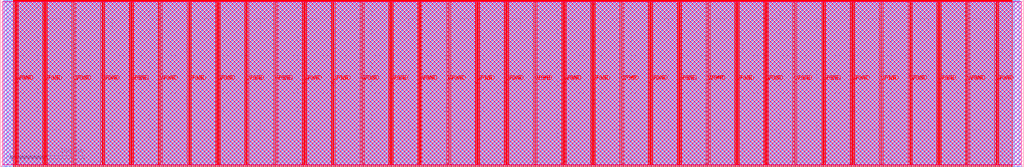
<source format=lef>
VERSION 5.7 ;
  NOWIREEXTENSIONATPIN ON ;
  DIVIDERCHAR "/" ;
  BUSBITCHARS "[]" ;
MACRO tt_um_kianV_rv32ima_uLinux_SoC
  CLASS BLOCK ;
  FOREIGN tt_um_kianV_rv32ima_uLinux_SoC ;
  ORIGIN 0.000 0.000 ;
  SIZE 1378.160 BY 225.760 ;
  PIN VGND
    DIRECTION INOUT ;
    USE GROUND ;
    PORT
      LAYER met4 ;
        RECT 21.580 2.480 23.180 223.280 ;
    END
    PORT
      LAYER met4 ;
        RECT 60.450 2.480 62.050 223.280 ;
    END
    PORT
      LAYER met4 ;
        RECT 99.320 2.480 100.920 223.280 ;
    END
    PORT
      LAYER met4 ;
        RECT 138.190 2.480 139.790 223.280 ;
    END
    PORT
      LAYER met4 ;
        RECT 177.060 2.480 178.660 223.280 ;
    END
    PORT
      LAYER met4 ;
        RECT 215.930 2.480 217.530 223.280 ;
    END
    PORT
      LAYER met4 ;
        RECT 254.800 2.480 256.400 223.280 ;
    END
    PORT
      LAYER met4 ;
        RECT 293.670 2.480 295.270 223.280 ;
    END
    PORT
      LAYER met4 ;
        RECT 332.540 2.480 334.140 223.280 ;
    END
    PORT
      LAYER met4 ;
        RECT 371.410 2.480 373.010 223.280 ;
    END
    PORT
      LAYER met4 ;
        RECT 410.280 2.480 411.880 223.280 ;
    END
    PORT
      LAYER met4 ;
        RECT 449.150 2.480 450.750 223.280 ;
    END
    PORT
      LAYER met4 ;
        RECT 488.020 2.480 489.620 223.280 ;
    END
    PORT
      LAYER met4 ;
        RECT 526.890 2.480 528.490 223.280 ;
    END
    PORT
      LAYER met4 ;
        RECT 565.760 2.480 567.360 223.280 ;
    END
    PORT
      LAYER met4 ;
        RECT 604.630 2.480 606.230 223.280 ;
    END
    PORT
      LAYER met4 ;
        RECT 643.500 2.480 645.100 223.280 ;
    END
    PORT
      LAYER met4 ;
        RECT 682.370 2.480 683.970 223.280 ;
    END
    PORT
      LAYER met4 ;
        RECT 721.240 2.480 722.840 223.280 ;
    END
    PORT
      LAYER met4 ;
        RECT 760.110 2.480 761.710 223.280 ;
    END
    PORT
      LAYER met4 ;
        RECT 798.980 2.480 800.580 223.280 ;
    END
    PORT
      LAYER met4 ;
        RECT 837.850 2.480 839.450 223.280 ;
    END
    PORT
      LAYER met4 ;
        RECT 876.720 2.480 878.320 223.280 ;
    END
    PORT
      LAYER met4 ;
        RECT 915.590 2.480 917.190 223.280 ;
    END
    PORT
      LAYER met4 ;
        RECT 954.460 2.480 956.060 223.280 ;
    END
    PORT
      LAYER met4 ;
        RECT 993.330 2.480 994.930 223.280 ;
    END
    PORT
      LAYER met4 ;
        RECT 1032.200 2.480 1033.800 223.280 ;
    END
    PORT
      LAYER met4 ;
        RECT 1071.070 2.480 1072.670 223.280 ;
    END
    PORT
      LAYER met4 ;
        RECT 1109.940 2.480 1111.540 223.280 ;
    END
    PORT
      LAYER met4 ;
        RECT 1148.810 2.480 1150.410 223.280 ;
    END
    PORT
      LAYER met4 ;
        RECT 1187.680 2.480 1189.280 223.280 ;
    END
    PORT
      LAYER met4 ;
        RECT 1226.550 2.480 1228.150 223.280 ;
    END
    PORT
      LAYER met4 ;
        RECT 1265.420 2.480 1267.020 223.280 ;
    END
    PORT
      LAYER met4 ;
        RECT 1304.290 2.480 1305.890 223.280 ;
    END
    PORT
      LAYER met4 ;
        RECT 1343.160 2.480 1344.760 223.280 ;
    END
  END VGND
  PIN VPWR
    DIRECTION INOUT ;
    USE POWER ;
    PORT
      LAYER met4 ;
        RECT 18.280 2.480 19.880 223.280 ;
    END
    PORT
      LAYER met4 ;
        RECT 57.150 2.480 58.750 223.280 ;
    END
    PORT
      LAYER met4 ;
        RECT 96.020 2.480 97.620 223.280 ;
    END
    PORT
      LAYER met4 ;
        RECT 134.890 2.480 136.490 223.280 ;
    END
    PORT
      LAYER met4 ;
        RECT 173.760 2.480 175.360 223.280 ;
    END
    PORT
      LAYER met4 ;
        RECT 212.630 2.480 214.230 223.280 ;
    END
    PORT
      LAYER met4 ;
        RECT 251.500 2.480 253.100 223.280 ;
    END
    PORT
      LAYER met4 ;
        RECT 290.370 2.480 291.970 223.280 ;
    END
    PORT
      LAYER met4 ;
        RECT 329.240 2.480 330.840 223.280 ;
    END
    PORT
      LAYER met4 ;
        RECT 368.110 2.480 369.710 223.280 ;
    END
    PORT
      LAYER met4 ;
        RECT 406.980 2.480 408.580 223.280 ;
    END
    PORT
      LAYER met4 ;
        RECT 445.850 2.480 447.450 223.280 ;
    END
    PORT
      LAYER met4 ;
        RECT 484.720 2.480 486.320 223.280 ;
    END
    PORT
      LAYER met4 ;
        RECT 523.590 2.480 525.190 223.280 ;
    END
    PORT
      LAYER met4 ;
        RECT 562.460 2.480 564.060 223.280 ;
    END
    PORT
      LAYER met4 ;
        RECT 601.330 2.480 602.930 223.280 ;
    END
    PORT
      LAYER met4 ;
        RECT 640.200 2.480 641.800 223.280 ;
    END
    PORT
      LAYER met4 ;
        RECT 679.070 2.480 680.670 223.280 ;
    END
    PORT
      LAYER met4 ;
        RECT 717.940 2.480 719.540 223.280 ;
    END
    PORT
      LAYER met4 ;
        RECT 756.810 2.480 758.410 223.280 ;
    END
    PORT
      LAYER met4 ;
        RECT 795.680 2.480 797.280 223.280 ;
    END
    PORT
      LAYER met4 ;
        RECT 834.550 2.480 836.150 223.280 ;
    END
    PORT
      LAYER met4 ;
        RECT 873.420 2.480 875.020 223.280 ;
    END
    PORT
      LAYER met4 ;
        RECT 912.290 2.480 913.890 223.280 ;
    END
    PORT
      LAYER met4 ;
        RECT 951.160 2.480 952.760 223.280 ;
    END
    PORT
      LAYER met4 ;
        RECT 990.030 2.480 991.630 223.280 ;
    END
    PORT
      LAYER met4 ;
        RECT 1028.900 2.480 1030.500 223.280 ;
    END
    PORT
      LAYER met4 ;
        RECT 1067.770 2.480 1069.370 223.280 ;
    END
    PORT
      LAYER met4 ;
        RECT 1106.640 2.480 1108.240 223.280 ;
    END
    PORT
      LAYER met4 ;
        RECT 1145.510 2.480 1147.110 223.280 ;
    END
    PORT
      LAYER met4 ;
        RECT 1184.380 2.480 1185.980 223.280 ;
    END
    PORT
      LAYER met4 ;
        RECT 1223.250 2.480 1224.850 223.280 ;
    END
    PORT
      LAYER met4 ;
        RECT 1262.120 2.480 1263.720 223.280 ;
    END
    PORT
      LAYER met4 ;
        RECT 1300.990 2.480 1302.590 223.280 ;
    END
    PORT
      LAYER met4 ;
        RECT 1339.860 2.480 1341.460 223.280 ;
    END
  END VPWR
  PIN clk
    DIRECTION INPUT ;
    USE SIGNAL ;
    ANTENNAGATEAREA 0.852000 ;
    PORT
      LAYER met4 ;
        RECT 143.830 224.760 144.130 225.760 ;
    END
  END clk
  PIN ena
    DIRECTION INPUT ;
    USE SIGNAL ;
    PORT
      LAYER met4 ;
        RECT 146.590 224.760 146.890 225.760 ;
    END
  END ena
  PIN rst_n
    DIRECTION INPUT ;
    USE SIGNAL ;
    ANTENNAGATEAREA 0.196500 ;
    PORT
      LAYER met4 ;
        RECT 141.070 224.760 141.370 225.760 ;
    END
  END rst_n
  PIN ui_in[0]
    DIRECTION INPUT ;
    USE SIGNAL ;
    ANTENNAGATEAREA 0.196500 ;
    PORT
      LAYER met4 ;
        RECT 138.310 224.760 138.610 225.760 ;
    END
  END ui_in[0]
  PIN ui_in[1]
    DIRECTION INPUT ;
    USE SIGNAL ;
    ANTENNAGATEAREA 0.196500 ;
    PORT
      LAYER met4 ;
        RECT 135.550 224.760 135.850 225.760 ;
    END
  END ui_in[1]
  PIN ui_in[2]
    DIRECTION INPUT ;
    USE SIGNAL ;
    ANTENNAGATEAREA 0.196500 ;
    PORT
      LAYER met4 ;
        RECT 132.790 224.760 133.090 225.760 ;
    END
  END ui_in[2]
  PIN ui_in[3]
    DIRECTION INPUT ;
    USE SIGNAL ;
    ANTENNAGATEAREA 0.196500 ;
    PORT
      LAYER met4 ;
        RECT 130.030 224.760 130.330 225.760 ;
    END
  END ui_in[3]
  PIN ui_in[4]
    DIRECTION INPUT ;
    USE SIGNAL ;
    ANTENNAGATEAREA 0.196500 ;
    PORT
      LAYER met4 ;
        RECT 127.270 224.760 127.570 225.760 ;
    END
  END ui_in[4]
  PIN ui_in[5]
    DIRECTION INPUT ;
    USE SIGNAL ;
    ANTENNAGATEAREA 0.196500 ;
    PORT
      LAYER met4 ;
        RECT 124.510 224.760 124.810 225.760 ;
    END
  END ui_in[5]
  PIN ui_in[6]
    DIRECTION INPUT ;
    USE SIGNAL ;
    ANTENNAGATEAREA 0.196500 ;
    PORT
      LAYER met4 ;
        RECT 121.750 224.760 122.050 225.760 ;
    END
  END ui_in[6]
  PIN ui_in[7]
    DIRECTION INPUT ;
    USE SIGNAL ;
    ANTENNAGATEAREA 0.196500 ;
    PORT
      LAYER met4 ;
        RECT 118.990 224.760 119.290 225.760 ;
    END
  END ui_in[7]
  PIN uio_in[0]
    DIRECTION INPUT ;
    USE SIGNAL ;
    PORT
      LAYER met4 ;
        RECT 116.230 224.760 116.530 225.760 ;
    END
  END uio_in[0]
  PIN uio_in[1]
    DIRECTION INPUT ;
    USE SIGNAL ;
    ANTENNAGATEAREA 0.196500 ;
    PORT
      LAYER met4 ;
        RECT 113.470 224.760 113.770 225.760 ;
    END
  END uio_in[1]
  PIN uio_in[2]
    DIRECTION INPUT ;
    USE SIGNAL ;
    ANTENNAGATEAREA 0.196500 ;
    PORT
      LAYER met4 ;
        RECT 110.710 224.760 111.010 225.760 ;
    END
  END uio_in[2]
  PIN uio_in[3]
    DIRECTION INPUT ;
    USE SIGNAL ;
    PORT
      LAYER met4 ;
        RECT 107.950 224.760 108.250 225.760 ;
    END
  END uio_in[3]
  PIN uio_in[4]
    DIRECTION INPUT ;
    USE SIGNAL ;
    ANTENNAGATEAREA 0.196500 ;
    PORT
      LAYER met4 ;
        RECT 105.190 224.760 105.490 225.760 ;
    END
  END uio_in[4]
  PIN uio_in[5]
    DIRECTION INPUT ;
    USE SIGNAL ;
    ANTENNAGATEAREA 0.196500 ;
    PORT
      LAYER met4 ;
        RECT 102.430 224.760 102.730 225.760 ;
    END
  END uio_in[5]
  PIN uio_in[6]
    DIRECTION INPUT ;
    USE SIGNAL ;
    PORT
      LAYER met4 ;
        RECT 99.670 224.760 99.970 225.760 ;
    END
  END uio_in[6]
  PIN uio_in[7]
    DIRECTION INPUT ;
    USE SIGNAL ;
    PORT
      LAYER met4 ;
        RECT 96.910 224.760 97.210 225.760 ;
    END
  END uio_in[7]
  PIN uio_oe[0]
    DIRECTION OUTPUT ;
    USE SIGNAL ;
    PORT
      LAYER met4 ;
        RECT 49.990 224.760 50.290 225.760 ;
    END
  END uio_oe[0]
  PIN uio_oe[1]
    DIRECTION OUTPUT ;
    USE SIGNAL ;
    ANTENNAGATEAREA 0.247500 ;
    ANTENNADIFFAREA 0.891000 ;
    PORT
      LAYER met4 ;
        RECT 47.230 224.760 47.530 225.760 ;
    END
  END uio_oe[1]
  PIN uio_oe[2]
    DIRECTION OUTPUT ;
    USE SIGNAL ;
    ANTENNADIFFAREA 0.445500 ;
    PORT
      LAYER met4 ;
        RECT 44.470 224.760 44.770 225.760 ;
    END
  END uio_oe[2]
  PIN uio_oe[3]
    DIRECTION OUTPUT ;
    USE SIGNAL ;
    PORT
      LAYER met4 ;
        RECT 41.710 224.760 42.010 225.760 ;
    END
  END uio_oe[3]
  PIN uio_oe[4]
    DIRECTION OUTPUT ;
    USE SIGNAL ;
    ANTENNADIFFAREA 0.445500 ;
    PORT
      LAYER met4 ;
        RECT 38.950 224.760 39.250 225.760 ;
    END
  END uio_oe[4]
  PIN uio_oe[5]
    DIRECTION OUTPUT ;
    USE SIGNAL ;
    ANTENNAGATEAREA 0.565500 ;
    ANTENNADIFFAREA 0.891000 ;
    PORT
      LAYER met4 ;
        RECT 36.190 224.760 36.490 225.760 ;
    END
  END uio_oe[5]
  PIN uio_oe[6]
    DIRECTION OUTPUT ;
    USE SIGNAL ;
    PORT
      LAYER met4 ;
        RECT 33.430 224.760 33.730 225.760 ;
    END
  END uio_oe[6]
  PIN uio_oe[7]
    DIRECTION OUTPUT ;
    USE SIGNAL ;
    PORT
      LAYER met4 ;
        RECT 30.670 224.760 30.970 225.760 ;
    END
  END uio_oe[7]
  PIN uio_out[0]
    DIRECTION OUTPUT ;
    USE SIGNAL ;
    ANTENNAGATEAREA 0.495000 ;
    ANTENNADIFFAREA 0.891000 ;
    PORT
      LAYER met4 ;
        RECT 72.070 224.760 72.370 225.760 ;
    END
  END uio_out[0]
  PIN uio_out[1]
    DIRECTION OUTPUT ;
    USE SIGNAL ;
    ANTENNADIFFAREA 0.795200 ;
    PORT
      LAYER met4 ;
        RECT 69.310 224.760 69.610 225.760 ;
    END
  END uio_out[1]
  PIN uio_out[2]
    DIRECTION OUTPUT ;
    USE SIGNAL ;
    ANTENNADIFFAREA 0.795200 ;
    PORT
      LAYER met4 ;
        RECT 66.550 224.760 66.850 225.760 ;
    END
  END uio_out[2]
  PIN uio_out[3]
    DIRECTION OUTPUT ;
    USE SIGNAL ;
    ANTENNADIFFAREA 0.795200 ;
    PORT
      LAYER met4 ;
        RECT 63.790 224.760 64.090 225.760 ;
    END
  END uio_out[3]
  PIN uio_out[4]
    DIRECTION OUTPUT ;
    USE SIGNAL ;
    ANTENNADIFFAREA 0.795200 ;
    PORT
      LAYER met4 ;
        RECT 61.030 224.760 61.330 225.760 ;
    END
  END uio_out[4]
  PIN uio_out[5]
    DIRECTION OUTPUT ;
    USE SIGNAL ;
    ANTENNADIFFAREA 0.795200 ;
    PORT
      LAYER met4 ;
        RECT 58.270 224.760 58.570 225.760 ;
    END
  END uio_out[5]
  PIN uio_out[6]
    DIRECTION OUTPUT ;
    USE SIGNAL ;
    ANTENNAGATEAREA 0.247500 ;
    ANTENNADIFFAREA 0.445500 ;
    PORT
      LAYER met4 ;
        RECT 55.510 224.760 55.810 225.760 ;
    END
  END uio_out[6]
  PIN uio_out[7]
    DIRECTION OUTPUT ;
    USE SIGNAL ;
    ANTENNAGATEAREA 0.247500 ;
    ANTENNADIFFAREA 0.445500 ;
    PORT
      LAYER met4 ;
        RECT 52.750 224.760 53.050 225.760 ;
    END
  END uio_out[7]
  PIN uo_out[0]
    DIRECTION OUTPUT ;
    USE SIGNAL ;
    ANTENNADIFFAREA 0.891000 ;
    PORT
      LAYER met4 ;
        RECT 94.150 224.760 94.450 225.760 ;
    END
  END uo_out[0]
  PIN uo_out[1]
    DIRECTION OUTPUT ;
    USE SIGNAL ;
    ANTENNADIFFAREA 0.891000 ;
    PORT
      LAYER met4 ;
        RECT 91.390 224.760 91.690 225.760 ;
    END
  END uo_out[1]
  PIN uo_out[2]
    DIRECTION OUTPUT ;
    USE SIGNAL ;
    ANTENNADIFFAREA 0.891000 ;
    PORT
      LAYER met4 ;
        RECT 88.630 224.760 88.930 225.760 ;
    END
  END uo_out[2]
  PIN uo_out[3]
    DIRECTION OUTPUT ;
    USE SIGNAL ;
    ANTENNADIFFAREA 0.891000 ;
    PORT
      LAYER met4 ;
        RECT 85.870 224.760 86.170 225.760 ;
    END
  END uo_out[3]
  PIN uo_out[4]
    DIRECTION OUTPUT ;
    USE SIGNAL ;
    ANTENNADIFFAREA 0.891000 ;
    PORT
      LAYER met4 ;
        RECT 83.110 224.760 83.410 225.760 ;
    END
  END uo_out[4]
  PIN uo_out[5]
    DIRECTION OUTPUT ;
    USE SIGNAL ;
    ANTENNADIFFAREA 0.891000 ;
    PORT
      LAYER met4 ;
        RECT 80.350 224.760 80.650 225.760 ;
    END
  END uo_out[5]
  PIN uo_out[6]
    DIRECTION OUTPUT ;
    USE SIGNAL ;
    ANTENNADIFFAREA 0.891000 ;
    PORT
      LAYER met4 ;
        RECT 77.590 224.760 77.890 225.760 ;
    END
  END uo_out[6]
  PIN uo_out[7]
    DIRECTION OUTPUT ;
    USE SIGNAL ;
    ANTENNADIFFAREA 0.891000 ;
    PORT
      LAYER met4 ;
        RECT 74.830 224.760 75.130 225.760 ;
    END
  END uo_out[7]
  OBS
      LAYER nwell ;
        RECT 2.570 2.635 1375.590 223.230 ;
      LAYER li1 ;
        RECT 2.760 2.635 1375.400 223.125 ;
      LAYER met1 ;
        RECT 2.760 0.040 1375.400 224.020 ;
      LAYER met2 ;
        RECT 4.700 0.010 1372.540 224.925 ;
      LAYER met3 ;
        RECT 7.885 0.175 1366.135 224.905 ;
      LAYER met4 ;
        RECT 16.855 224.360 30.270 224.905 ;
        RECT 31.370 224.360 33.030 224.905 ;
        RECT 34.130 224.360 35.790 224.905 ;
        RECT 36.890 224.360 38.550 224.905 ;
        RECT 39.650 224.360 41.310 224.905 ;
        RECT 42.410 224.360 44.070 224.905 ;
        RECT 45.170 224.360 46.830 224.905 ;
        RECT 47.930 224.360 49.590 224.905 ;
        RECT 50.690 224.360 52.350 224.905 ;
        RECT 53.450 224.360 55.110 224.905 ;
        RECT 56.210 224.360 57.870 224.905 ;
        RECT 58.970 224.360 60.630 224.905 ;
        RECT 61.730 224.360 63.390 224.905 ;
        RECT 64.490 224.360 66.150 224.905 ;
        RECT 67.250 224.360 68.910 224.905 ;
        RECT 70.010 224.360 71.670 224.905 ;
        RECT 72.770 224.360 74.430 224.905 ;
        RECT 75.530 224.360 77.190 224.905 ;
        RECT 78.290 224.360 79.950 224.905 ;
        RECT 81.050 224.360 82.710 224.905 ;
        RECT 83.810 224.360 85.470 224.905 ;
        RECT 86.570 224.360 88.230 224.905 ;
        RECT 89.330 224.360 90.990 224.905 ;
        RECT 92.090 224.360 93.750 224.905 ;
        RECT 94.850 224.360 96.510 224.905 ;
        RECT 97.610 224.360 99.270 224.905 ;
        RECT 100.370 224.360 102.030 224.905 ;
        RECT 103.130 224.360 104.790 224.905 ;
        RECT 105.890 224.360 107.550 224.905 ;
        RECT 108.650 224.360 110.310 224.905 ;
        RECT 111.410 224.360 113.070 224.905 ;
        RECT 114.170 224.360 115.830 224.905 ;
        RECT 116.930 224.360 118.590 224.905 ;
        RECT 119.690 224.360 121.350 224.905 ;
        RECT 122.450 224.360 124.110 224.905 ;
        RECT 125.210 224.360 126.870 224.905 ;
        RECT 127.970 224.360 129.630 224.905 ;
        RECT 130.730 224.360 132.390 224.905 ;
        RECT 133.490 224.360 135.150 224.905 ;
        RECT 136.250 224.360 137.910 224.905 ;
        RECT 139.010 224.360 140.670 224.905 ;
        RECT 141.770 224.360 143.430 224.905 ;
        RECT 144.530 224.360 146.190 224.905 ;
        RECT 147.290 224.360 1363.145 224.905 ;
        RECT 16.855 223.680 1363.145 224.360 ;
        RECT 16.855 2.080 17.880 223.680 ;
        RECT 20.280 2.080 21.180 223.680 ;
        RECT 23.580 2.080 56.750 223.680 ;
        RECT 59.150 2.080 60.050 223.680 ;
        RECT 62.450 2.080 95.620 223.680 ;
        RECT 98.020 2.080 98.920 223.680 ;
        RECT 101.320 2.080 134.490 223.680 ;
        RECT 136.890 2.080 137.790 223.680 ;
        RECT 140.190 2.080 173.360 223.680 ;
        RECT 175.760 2.080 176.660 223.680 ;
        RECT 179.060 2.080 212.230 223.680 ;
        RECT 214.630 2.080 215.530 223.680 ;
        RECT 217.930 2.080 251.100 223.680 ;
        RECT 253.500 2.080 254.400 223.680 ;
        RECT 256.800 2.080 289.970 223.680 ;
        RECT 292.370 2.080 293.270 223.680 ;
        RECT 295.670 2.080 328.840 223.680 ;
        RECT 331.240 2.080 332.140 223.680 ;
        RECT 334.540 2.080 367.710 223.680 ;
        RECT 370.110 2.080 371.010 223.680 ;
        RECT 373.410 2.080 406.580 223.680 ;
        RECT 408.980 2.080 409.880 223.680 ;
        RECT 412.280 2.080 445.450 223.680 ;
        RECT 447.850 2.080 448.750 223.680 ;
        RECT 451.150 2.080 484.320 223.680 ;
        RECT 486.720 2.080 487.620 223.680 ;
        RECT 490.020 2.080 523.190 223.680 ;
        RECT 525.590 2.080 526.490 223.680 ;
        RECT 528.890 2.080 562.060 223.680 ;
        RECT 564.460 2.080 565.360 223.680 ;
        RECT 567.760 2.080 600.930 223.680 ;
        RECT 603.330 2.080 604.230 223.680 ;
        RECT 606.630 2.080 639.800 223.680 ;
        RECT 642.200 2.080 643.100 223.680 ;
        RECT 645.500 2.080 678.670 223.680 ;
        RECT 681.070 2.080 681.970 223.680 ;
        RECT 684.370 2.080 717.540 223.680 ;
        RECT 719.940 2.080 720.840 223.680 ;
        RECT 723.240 2.080 756.410 223.680 ;
        RECT 758.810 2.080 759.710 223.680 ;
        RECT 762.110 2.080 795.280 223.680 ;
        RECT 797.680 2.080 798.580 223.680 ;
        RECT 800.980 2.080 834.150 223.680 ;
        RECT 836.550 2.080 837.450 223.680 ;
        RECT 839.850 2.080 873.020 223.680 ;
        RECT 875.420 2.080 876.320 223.680 ;
        RECT 878.720 2.080 911.890 223.680 ;
        RECT 914.290 2.080 915.190 223.680 ;
        RECT 917.590 2.080 950.760 223.680 ;
        RECT 953.160 2.080 954.060 223.680 ;
        RECT 956.460 2.080 989.630 223.680 ;
        RECT 992.030 2.080 992.930 223.680 ;
        RECT 995.330 2.080 1028.500 223.680 ;
        RECT 1030.900 2.080 1031.800 223.680 ;
        RECT 1034.200 2.080 1067.370 223.680 ;
        RECT 1069.770 2.080 1070.670 223.680 ;
        RECT 1073.070 2.080 1106.240 223.680 ;
        RECT 1108.640 2.080 1109.540 223.680 ;
        RECT 1111.940 2.080 1145.110 223.680 ;
        RECT 1147.510 2.080 1148.410 223.680 ;
        RECT 1150.810 2.080 1183.980 223.680 ;
        RECT 1186.380 2.080 1187.280 223.680 ;
        RECT 1189.680 2.080 1222.850 223.680 ;
        RECT 1225.250 2.080 1226.150 223.680 ;
        RECT 1228.550 2.080 1261.720 223.680 ;
        RECT 1264.120 2.080 1265.020 223.680 ;
        RECT 1267.420 2.080 1300.590 223.680 ;
        RECT 1302.990 2.080 1303.890 223.680 ;
        RECT 1306.290 2.080 1339.460 223.680 ;
        RECT 1341.860 2.080 1342.760 223.680 ;
        RECT 1345.160 2.080 1363.145 223.680 ;
        RECT 16.855 0.175 1363.145 2.080 ;
  END
END tt_um_kianV_rv32ima_uLinux_SoC
END LIBRARY


</source>
